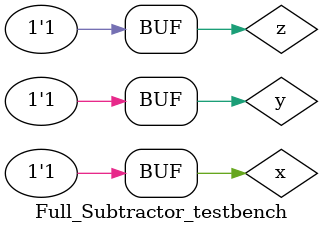
<source format=v>
`timescale 1ns / 1ps
module Full_Subtractor(D,B,x,y,z);
input x,y,z;
output D,B;
assign D = (~x&~y&z)|(x&~y&~z)|(x&y&z),
B = (~x&y)|(~x&z)|(y&z);
endmodule

///////////////////////////////TEST_BENCH FOR FULL SUBTRACTOR/////////////////////////////////
module Full_Subtractor_testbench();
reg x,y,z;
wire D,B;
Full_Subtractor fb(D,B,x,y,z);
initial
begin
$monitor($time," x=%b, y=%b ,z=%b,D=%b, B=%b",x,y,z,D,B);
end
initial
begin 
 #1x=0;y=0;z=0;
 #5x=0;y=0;z=1;
 #5x=0;y=1;z=0;
 #5x=0;y=1;z=1;
 #5x=1;y=0;z=0;
 #5x=1;y=0;z=1;
 #5x=1;y=1;z=0;
 #5x=1;y=1;z=1;
 end 
 endmodule

</source>
